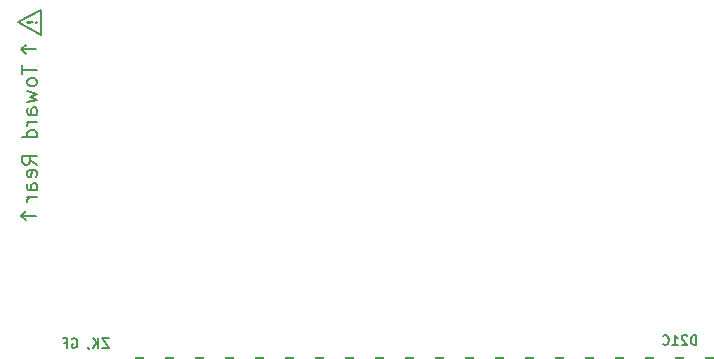
<source format=gbo>
G04 #@! TF.GenerationSoftware,KiCad,Pcbnew,7.0.1-0*
G04 #@! TF.CreationDate,2023-11-03T04:24:27-04:00*
G04 #@! TF.ProjectId,RAM2GS,52414d32-4753-42e6-9b69-6361645f7063,2.1*
G04 #@! TF.SameCoordinates,Original*
G04 #@! TF.FileFunction,Legend,Bot*
G04 #@! TF.FilePolarity,Positive*
%FSLAX46Y46*%
G04 Gerber Fmt 4.6, Leading zero omitted, Abs format (unit mm)*
G04 Created by KiCad (PCBNEW 7.0.1-0) date 2023-11-03 04:24:27*
%MOMM*%
%LPD*%
G01*
G04 APERTURE LIST*
G04 Aperture macros list*
%AMRoundRect*
0 Rectangle with rounded corners*
0 $1 Rounding radius*
0 $2 $3 $4 $5 $6 $7 $8 $9 X,Y pos of 4 corners*
0 Add a 4 corners polygon primitive as box body*
4,1,4,$2,$3,$4,$5,$6,$7,$8,$9,$2,$3,0*
0 Add four circle primitives for the rounded corners*
1,1,$1+$1,$2,$3*
1,1,$1+$1,$4,$5*
1,1,$1+$1,$6,$7*
1,1,$1+$1,$8,$9*
0 Add four rect primitives between the rounded corners*
20,1,$1+$1,$2,$3,$4,$5,0*
20,1,$1+$1,$4,$5,$6,$7,0*
20,1,$1+$1,$6,$7,$8,$9,0*
20,1,$1+$1,$8,$9,$2,$3,0*%
G04 Aperture macros list end*
%ADD10C,0.200000*%
%ADD11C,0.203200*%
%ADD12C,0.190500*%
%ADD13C,0.000000*%
%ADD14RoundRect,0.457200X-0.381000X-3.289000X0.381000X-3.289000X0.381000X3.289000X-0.381000X3.289000X0*%
%ADD15C,2.152400*%
%ADD16C,2.527300*%
%ADD17C,1.143000*%
%ADD18C,1.448000*%
G04 APERTURE END LIST*
D10*
X48895000Y-119634000D02*
X47625000Y-119634000D01*
X47625000Y-119634000D02*
X48006000Y-120015000D01*
X47625000Y-119634000D02*
X48006000Y-119253000D01*
X47625000Y-105537000D02*
X48006000Y-105918000D01*
X47625000Y-105537000D02*
X48006000Y-105156000D01*
X48895000Y-105537000D02*
X47625000Y-105537000D01*
X47371000Y-103251000D02*
X49276000Y-102171500D01*
X49276000Y-104330500D02*
X47371000Y-103251000D01*
X49276000Y-102171500D02*
X49276000Y-104330500D01*
X47704526Y-106873524D02*
X47704526Y-107599238D01*
X48974526Y-107236381D02*
X47704526Y-107236381D01*
X48974526Y-108204000D02*
X48914050Y-108083048D01*
X48914050Y-108083048D02*
X48853573Y-108022571D01*
X48853573Y-108022571D02*
X48732621Y-107962095D01*
X48732621Y-107962095D02*
X48369764Y-107962095D01*
X48369764Y-107962095D02*
X48248811Y-108022571D01*
X48248811Y-108022571D02*
X48188335Y-108083048D01*
X48188335Y-108083048D02*
X48127859Y-108204000D01*
X48127859Y-108204000D02*
X48127859Y-108385429D01*
X48127859Y-108385429D02*
X48188335Y-108506381D01*
X48188335Y-108506381D02*
X48248811Y-108566857D01*
X48248811Y-108566857D02*
X48369764Y-108627333D01*
X48369764Y-108627333D02*
X48732621Y-108627333D01*
X48732621Y-108627333D02*
X48853573Y-108566857D01*
X48853573Y-108566857D02*
X48914050Y-108506381D01*
X48914050Y-108506381D02*
X48974526Y-108385429D01*
X48974526Y-108385429D02*
X48974526Y-108204000D01*
X48127859Y-109050667D02*
X48974526Y-109292572D01*
X48974526Y-109292572D02*
X48369764Y-109534477D01*
X48369764Y-109534477D02*
X48974526Y-109776381D01*
X48974526Y-109776381D02*
X48127859Y-110018286D01*
X48974526Y-111046381D02*
X48309288Y-111046381D01*
X48309288Y-111046381D02*
X48188335Y-110985905D01*
X48188335Y-110985905D02*
X48127859Y-110864953D01*
X48127859Y-110864953D02*
X48127859Y-110623048D01*
X48127859Y-110623048D02*
X48188335Y-110502095D01*
X48914050Y-111046381D02*
X48974526Y-110925429D01*
X48974526Y-110925429D02*
X48974526Y-110623048D01*
X48974526Y-110623048D02*
X48914050Y-110502095D01*
X48914050Y-110502095D02*
X48793097Y-110441619D01*
X48793097Y-110441619D02*
X48672145Y-110441619D01*
X48672145Y-110441619D02*
X48551192Y-110502095D01*
X48551192Y-110502095D02*
X48490716Y-110623048D01*
X48490716Y-110623048D02*
X48490716Y-110925429D01*
X48490716Y-110925429D02*
X48430240Y-111046381D01*
X48974526Y-111651143D02*
X48127859Y-111651143D01*
X48369764Y-111651143D02*
X48248811Y-111711620D01*
X48248811Y-111711620D02*
X48188335Y-111772096D01*
X48188335Y-111772096D02*
X48127859Y-111893048D01*
X48127859Y-111893048D02*
X48127859Y-112014001D01*
X48974526Y-112981619D02*
X47704526Y-112981619D01*
X48914050Y-112981619D02*
X48974526Y-112860667D01*
X48974526Y-112860667D02*
X48974526Y-112618762D01*
X48974526Y-112618762D02*
X48914050Y-112497810D01*
X48914050Y-112497810D02*
X48853573Y-112437333D01*
X48853573Y-112437333D02*
X48732621Y-112376857D01*
X48732621Y-112376857D02*
X48369764Y-112376857D01*
X48369764Y-112376857D02*
X48248811Y-112437333D01*
X48248811Y-112437333D02*
X48188335Y-112497810D01*
X48188335Y-112497810D02*
X48127859Y-112618762D01*
X48127859Y-112618762D02*
X48127859Y-112860667D01*
X48127859Y-112860667D02*
X48188335Y-112981619D01*
X48974526Y-115279715D02*
X48369764Y-114856381D01*
X48974526Y-114554000D02*
X47704526Y-114554000D01*
X47704526Y-114554000D02*
X47704526Y-115037810D01*
X47704526Y-115037810D02*
X47765002Y-115158762D01*
X47765002Y-115158762D02*
X47825478Y-115219239D01*
X47825478Y-115219239D02*
X47946430Y-115279715D01*
X47946430Y-115279715D02*
X48127859Y-115279715D01*
X48127859Y-115279715D02*
X48248811Y-115219239D01*
X48248811Y-115219239D02*
X48309288Y-115158762D01*
X48309288Y-115158762D02*
X48369764Y-115037810D01*
X48369764Y-115037810D02*
X48369764Y-114554000D01*
X48914050Y-116307810D02*
X48974526Y-116186858D01*
X48974526Y-116186858D02*
X48974526Y-115944953D01*
X48974526Y-115944953D02*
X48914050Y-115824000D01*
X48914050Y-115824000D02*
X48793097Y-115763524D01*
X48793097Y-115763524D02*
X48309288Y-115763524D01*
X48309288Y-115763524D02*
X48188335Y-115824000D01*
X48188335Y-115824000D02*
X48127859Y-115944953D01*
X48127859Y-115944953D02*
X48127859Y-116186858D01*
X48127859Y-116186858D02*
X48188335Y-116307810D01*
X48188335Y-116307810D02*
X48309288Y-116368286D01*
X48309288Y-116368286D02*
X48430240Y-116368286D01*
X48430240Y-116368286D02*
X48551192Y-115763524D01*
X48974526Y-117456857D02*
X48309288Y-117456857D01*
X48309288Y-117456857D02*
X48188335Y-117396381D01*
X48188335Y-117396381D02*
X48127859Y-117275429D01*
X48127859Y-117275429D02*
X48127859Y-117033524D01*
X48127859Y-117033524D02*
X48188335Y-116912571D01*
X48914050Y-117456857D02*
X48974526Y-117335905D01*
X48974526Y-117335905D02*
X48974526Y-117033524D01*
X48974526Y-117033524D02*
X48914050Y-116912571D01*
X48914050Y-116912571D02*
X48793097Y-116852095D01*
X48793097Y-116852095D02*
X48672145Y-116852095D01*
X48672145Y-116852095D02*
X48551192Y-116912571D01*
X48551192Y-116912571D02*
X48490716Y-117033524D01*
X48490716Y-117033524D02*
X48490716Y-117335905D01*
X48490716Y-117335905D02*
X48430240Y-117456857D01*
X48974526Y-118061619D02*
X48127859Y-118061619D01*
X48369764Y-118061619D02*
X48248811Y-118122096D01*
X48248811Y-118122096D02*
X48188335Y-118182572D01*
X48188335Y-118182572D02*
X48127859Y-118303524D01*
X48127859Y-118303524D02*
X48127859Y-118424477D01*
D11*
X55021237Y-129992216D02*
X54479371Y-129992216D01*
X54479371Y-129992216D02*
X55021237Y-130805016D01*
X55021237Y-130805016D02*
X54479371Y-130805016D01*
X54169733Y-130805016D02*
X54169733Y-129992216D01*
X53705276Y-130805016D02*
X54053618Y-130340559D01*
X53705276Y-129992216D02*
X54169733Y-130456673D01*
X53318228Y-130766312D02*
X53318228Y-130805016D01*
X53318228Y-130805016D02*
X53356933Y-130882426D01*
X53356933Y-130882426D02*
X53395637Y-130921131D01*
X51924856Y-130030921D02*
X52002266Y-129992216D01*
X52002266Y-129992216D02*
X52118380Y-129992216D01*
X52118380Y-129992216D02*
X52234494Y-130030921D01*
X52234494Y-130030921D02*
X52311904Y-130108331D01*
X52311904Y-130108331D02*
X52350609Y-130185740D01*
X52350609Y-130185740D02*
X52389313Y-130340559D01*
X52389313Y-130340559D02*
X52389313Y-130456673D01*
X52389313Y-130456673D02*
X52350609Y-130611492D01*
X52350609Y-130611492D02*
X52311904Y-130688902D01*
X52311904Y-130688902D02*
X52234494Y-130766312D01*
X52234494Y-130766312D02*
X52118380Y-130805016D01*
X52118380Y-130805016D02*
X52040971Y-130805016D01*
X52040971Y-130805016D02*
X51924856Y-130766312D01*
X51924856Y-130766312D02*
X51886152Y-130727607D01*
X51886152Y-130727607D02*
X51886152Y-130456673D01*
X51886152Y-130456673D02*
X52040971Y-130456673D01*
X51266875Y-130379264D02*
X51537809Y-130379264D01*
X51537809Y-130805016D02*
X51537809Y-129992216D01*
X51537809Y-129992216D02*
X51150761Y-129992216D01*
X104771371Y-130551016D02*
X104771371Y-129738216D01*
X104771371Y-129738216D02*
X104577847Y-129738216D01*
X104577847Y-129738216D02*
X104461733Y-129776921D01*
X104461733Y-129776921D02*
X104384323Y-129854331D01*
X104384323Y-129854331D02*
X104345618Y-129931740D01*
X104345618Y-129931740D02*
X104306914Y-130086559D01*
X104306914Y-130086559D02*
X104306914Y-130202673D01*
X104306914Y-130202673D02*
X104345618Y-130357492D01*
X104345618Y-130357492D02*
X104384323Y-130434902D01*
X104384323Y-130434902D02*
X104461733Y-130512312D01*
X104461733Y-130512312D02*
X104577847Y-130551016D01*
X104577847Y-130551016D02*
X104771371Y-130551016D01*
X103997275Y-129815626D02*
X103958571Y-129776921D01*
X103958571Y-129776921D02*
X103881161Y-129738216D01*
X103881161Y-129738216D02*
X103687637Y-129738216D01*
X103687637Y-129738216D02*
X103610228Y-129776921D01*
X103610228Y-129776921D02*
X103571523Y-129815626D01*
X103571523Y-129815626D02*
X103532818Y-129893035D01*
X103532818Y-129893035D02*
X103532818Y-129970445D01*
X103532818Y-129970445D02*
X103571523Y-130086559D01*
X103571523Y-130086559D02*
X104035980Y-130551016D01*
X104035980Y-130551016D02*
X103532818Y-130551016D01*
X102758723Y-130551016D02*
X103223180Y-130551016D01*
X102990952Y-130551016D02*
X102990952Y-129738216D01*
X102990952Y-129738216D02*
X103068361Y-129854331D01*
X103068361Y-129854331D02*
X103145771Y-129931740D01*
X103145771Y-129931740D02*
X103223180Y-129970445D01*
X101945924Y-130473607D02*
X101984628Y-130512312D01*
X101984628Y-130512312D02*
X102100743Y-130551016D01*
X102100743Y-130551016D02*
X102178152Y-130551016D01*
X102178152Y-130551016D02*
X102294266Y-130512312D01*
X102294266Y-130512312D02*
X102371676Y-130434902D01*
X102371676Y-130434902D02*
X102410381Y-130357492D01*
X102410381Y-130357492D02*
X102449085Y-130202673D01*
X102449085Y-130202673D02*
X102449085Y-130086559D01*
X102449085Y-130086559D02*
X102410381Y-129931740D01*
X102410381Y-129931740D02*
X102371676Y-129854331D01*
X102371676Y-129854331D02*
X102294266Y-129776921D01*
X102294266Y-129776921D02*
X102178152Y-129738216D01*
X102178152Y-129738216D02*
X102100743Y-129738216D01*
X102100743Y-129738216D02*
X101984628Y-129776921D01*
X101984628Y-129776921D02*
X101945924Y-129815626D01*
D12*
X48876107Y-103250999D02*
X48914812Y-103289704D01*
X48914812Y-103289704D02*
X48953516Y-103250999D01*
X48953516Y-103250999D02*
X48914812Y-103212295D01*
X48914812Y-103212295D02*
X48876107Y-103250999D01*
X48876107Y-103250999D02*
X48953516Y-103250999D01*
X48643878Y-103250999D02*
X48179421Y-103212295D01*
X48179421Y-103212295D02*
X48140716Y-103250999D01*
X48140716Y-103250999D02*
X48179421Y-103289704D01*
X48179421Y-103289704D02*
X48643878Y-103250999D01*
X48643878Y-103250999D02*
X48140716Y-103250999D01*
%LPC*%
D13*
G36*
X113538000Y-139446000D02*
G01*
X113030000Y-139954000D01*
X55626000Y-139954000D01*
X55118000Y-139446000D01*
X55118000Y-132080000D01*
X113538000Y-132080000D01*
X113538000Y-139446000D01*
G37*
D14*
X110998000Y-135282000D03*
X108458000Y-135282000D03*
X105918000Y-135282000D03*
X103378000Y-135282000D03*
X100838000Y-135282000D03*
X98298000Y-135282000D03*
X95758000Y-135282000D03*
X93218000Y-135282000D03*
X90678000Y-135282000D03*
X88138000Y-135282000D03*
X85598000Y-135282000D03*
X83058000Y-135282000D03*
X80518000Y-135282000D03*
X77978000Y-135282000D03*
X75438000Y-135282000D03*
X72898000Y-135282000D03*
X70358000Y-135282000D03*
X67818000Y-135282000D03*
X65278000Y-135282000D03*
X62738000Y-135282000D03*
X60198000Y-135282000D03*
X57658000Y-135282000D03*
D15*
X110998000Y-130175000D03*
D16*
X102575974Y-96924872D03*
D17*
X100779923Y-98720923D03*
D16*
X98983872Y-100516974D03*
X106617090Y-100965987D03*
X103024987Y-104558090D03*
D17*
X106886497Y-103390656D03*
X105449656Y-104827497D03*
D18*
X48514000Y-93726000D03*
X102870000Y-93726000D03*
X48514000Y-129540000D03*
X111506000Y-115189000D03*
M02*

</source>
